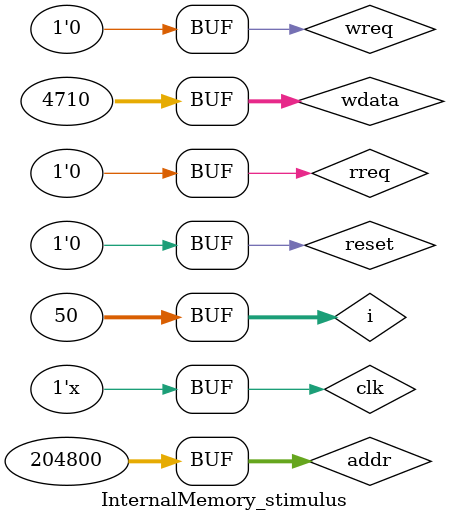
<source format=v>
module InternalMemory_stimulus;
    reg clk, reset;
  
    initial begin
        clk = 1'b1;
        reset = 1'b1;
        #20 reset = 1'b0;
    end
    always
        #2 clk = ~clk;
    
    reg rreq, wreq;
    reg [31:0] addr;
    reg [31:0] wdata;
    wire [31:0] rdata;
    wire busy, ack;
    InternalMemory memory(.clk(clk), .reset(reset), 
                          .rreq(rreq), .wreq(wreq), .addr(addr), .wdata(rdata), 
                          .rdata(wdata), .busy(busy), .ack(ack));
    
    integer i;    
    initial begin
        rreq = 0;
        wreq = 0;
        #21
        wreq = 1;
        addr = 32'h0000;
        wdata = 32'h1234;
        for (i = 0; i < 50; i = i + 1) begin
            #4 
            addr = addr + 32'h1000;
            wdata = wdata + 32'h1;
        end
        wreq = 0;
        rreq = 1;
        addr = 32'h0000;
        for (i = 0; i < 50; i = i + 1) begin
            #4
            addr = addr + 32'h1000;
        end
        rreq = 0;
    end
endmodule

</source>
